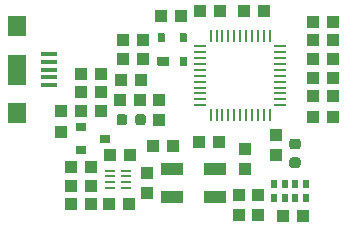
<source format=gbr>
%TF.GenerationSoftware,KiCad,Pcbnew,(5.1.6)-1*%
%TF.CreationDate,2020-12-06T14:18:51+01:00*%
%TF.ProjectId,Kicad_Smart_Watch,4b696361-645f-4536-9d61-72745f576174,rev?*%
%TF.SameCoordinates,Original*%
%TF.FileFunction,Paste,Top*%
%TF.FilePolarity,Positive*%
%FSLAX46Y46*%
G04 Gerber Fmt 4.6, Leading zero omitted, Abs format (unit mm)*
G04 Created by KiCad (PCBNEW (5.1.6)-1) date 2020-12-06 14:18:51*
%MOMM*%
%LPD*%
G01*
G04 APERTURE LIST*
%ADD10C,0.010000*%
%ADD11R,1.099820X0.998220*%
%ADD12R,0.860000X0.270000*%
%ADD13R,0.260000X1.010000*%
%ADD14R,1.010000X0.260000*%
%ADD15R,1.899920X1.099820*%
%ADD16R,1.399540X0.398780*%
%ADD17R,1.498600X2.499360*%
%ADD18R,1.498600X1.798320*%
%ADD19R,0.500000X0.800000*%
%ADD20R,0.600000X0.700000*%
%ADD21R,1.000000X0.700000*%
%ADD22R,0.899160X0.797560*%
%ADD23R,0.998220X1.099820*%
G04 APERTURE END LIST*
D10*
%TO.C,D4*%
G36*
X100296350Y-79084400D02*
G01*
X101198400Y-79084400D01*
X101198400Y-79686610D01*
X100296350Y-79686610D01*
X100296350Y-79084400D01*
G37*
X100296350Y-79084400D02*
X101198400Y-79084400D01*
X101198400Y-79686610D01*
X100296350Y-79686610D01*
X100296350Y-79084400D01*
G36*
X102199108Y-79084400D02*
G01*
X102698400Y-79084400D01*
X102698400Y-79685720D01*
X102199108Y-79685720D01*
X102199108Y-79084400D01*
G37*
X102199108Y-79084400D02*
X102698400Y-79084400D01*
X102698400Y-79685720D01*
X102199108Y-79685720D01*
X102199108Y-79084400D01*
G36*
X102199772Y-77084400D02*
G01*
X102698400Y-77084400D01*
X102698400Y-77683028D01*
X102199772Y-77683028D01*
X102199772Y-77084400D01*
G37*
X102199772Y-77084400D02*
X102698400Y-77084400D01*
X102698400Y-77683028D01*
X102199772Y-77683028D01*
X102199772Y-77084400D01*
G36*
X100296250Y-77084400D02*
G01*
X100798400Y-77084400D01*
X100798400Y-77683150D01*
X100296250Y-77683150D01*
X100296250Y-77084400D01*
G37*
X100296250Y-77084400D02*
X100798400Y-77084400D01*
X100798400Y-77683150D01*
X100296250Y-77683150D01*
X100296250Y-77084400D01*
%TD*%
D11*
%TO.C,C7*%
X93779340Y-80518000D03*
X95476060Y-80518000D03*
%TD*%
D12*
%TO.C,U4*%
X96216000Y-88658000D03*
X96216000Y-89158000D03*
X96216000Y-89658000D03*
X96216000Y-90158000D03*
X97586000Y-90158000D03*
X97586000Y-89658000D03*
X97586000Y-89158000D03*
X97586000Y-88658000D03*
%TD*%
D13*
%TO.C,U5*%
X104776900Y-83992300D03*
X105276900Y-83992300D03*
X105776900Y-83992300D03*
X106276900Y-83992300D03*
X106776900Y-83992300D03*
X107276900Y-83992300D03*
X107776900Y-83992300D03*
X108276900Y-83992300D03*
X108776900Y-83992300D03*
X109276900Y-83992300D03*
X109776900Y-83992300D03*
X109776900Y-77272300D03*
X109276900Y-77272300D03*
X108776900Y-77272300D03*
X108276900Y-77272300D03*
X107776900Y-77272300D03*
X107276900Y-77272300D03*
X106776900Y-77272300D03*
X106276900Y-77272300D03*
X105776900Y-77272300D03*
X105276900Y-77272300D03*
X104776900Y-77272300D03*
D14*
X103916900Y-78132300D03*
X103916900Y-78632300D03*
X103916900Y-79132300D03*
X103916900Y-79632300D03*
X103916900Y-80132300D03*
X103916900Y-80632300D03*
X103916900Y-81132300D03*
X103916900Y-81632300D03*
X103916900Y-82132300D03*
X103916900Y-82632300D03*
X103916900Y-83132300D03*
X110636900Y-83132300D03*
X110636900Y-82632300D03*
X110636900Y-82132300D03*
X110636900Y-81632300D03*
X110636900Y-81132300D03*
X110636900Y-80632300D03*
X110636900Y-80132300D03*
X110636900Y-79632300D03*
X110636900Y-79132300D03*
X110636900Y-78632300D03*
X110636900Y-78132300D03*
%TD*%
%TO.C,D2*%
G36*
G01*
X112168650Y-86848200D02*
X111656150Y-86848200D01*
G75*
G02*
X111437400Y-86629450I0J218750D01*
G01*
X111437400Y-86191950D01*
G75*
G02*
X111656150Y-85973200I218750J0D01*
G01*
X112168650Y-85973200D01*
G75*
G02*
X112387400Y-86191950I0J-218750D01*
G01*
X112387400Y-86629450D01*
G75*
G02*
X112168650Y-86848200I-218750J0D01*
G01*
G37*
G36*
G01*
X112168650Y-88423200D02*
X111656150Y-88423200D01*
G75*
G02*
X111437400Y-88204450I0J218750D01*
G01*
X111437400Y-87766950D01*
G75*
G02*
X111656150Y-87548200I218750J0D01*
G01*
X112168650Y-87548200D01*
G75*
G02*
X112387400Y-87766950I0J-218750D01*
G01*
X112387400Y-88204450D01*
G75*
G02*
X112168650Y-88423200I-218750J0D01*
G01*
G37*
%TD*%
D15*
%TO.C,Y1*%
X105176320Y-90860880D03*
X101478080Y-90860880D03*
X101478080Y-88564720D03*
X105176320Y-88564720D03*
%TD*%
D16*
%TO.C,U3*%
X91089480Y-78813660D03*
D17*
X88392000Y-80111600D03*
D18*
X88392000Y-76433680D03*
X88392000Y-83789520D03*
D16*
X91089480Y-80759300D03*
X91089480Y-81409540D03*
X91089480Y-79463900D03*
X91089480Y-80111600D03*
%TD*%
%TO.C,D3*%
G36*
G01*
X97694000Y-84097150D02*
X97694000Y-84609650D01*
G75*
G02*
X97475250Y-84828400I-218750J0D01*
G01*
X97037750Y-84828400D01*
G75*
G02*
X96819000Y-84609650I0J218750D01*
G01*
X96819000Y-84097150D01*
G75*
G02*
X97037750Y-83878400I218750J0D01*
G01*
X97475250Y-83878400D01*
G75*
G02*
X97694000Y-84097150I0J-218750D01*
G01*
G37*
G36*
G01*
X99269000Y-84097150D02*
X99269000Y-84609650D01*
G75*
G02*
X99050250Y-84828400I-218750J0D01*
G01*
X98612750Y-84828400D01*
G75*
G02*
X98394000Y-84609650I0J218750D01*
G01*
X98394000Y-84097150D01*
G75*
G02*
X98612750Y-83878400I218750J0D01*
G01*
X99050250Y-83878400D01*
G75*
G02*
X99269000Y-84097150I0J-218750D01*
G01*
G37*
%TD*%
D11*
%TO.C,C9*%
X100548440Y-75590400D03*
X102245160Y-75590400D03*
%TD*%
D19*
%TO.C,U1*%
X112830600Y-89824000D03*
X111930600Y-89824000D03*
X111030600Y-89824000D03*
X110130600Y-89824000D03*
X110130600Y-91024000D03*
X111030600Y-91024000D03*
X111930600Y-91024000D03*
X112830600Y-91024000D03*
%TD*%
D20*
%TO.C,D4*%
X100548400Y-77384400D03*
X102448400Y-77384400D03*
X102448400Y-79384400D03*
D21*
X100748400Y-79384400D03*
%TD*%
D22*
%TO.C,Q1*%
X95867220Y-85953600D03*
X93769180Y-86903560D03*
X93769180Y-85003640D03*
%TD*%
D23*
%TO.C,C1*%
X107213400Y-90733880D03*
X107213400Y-92430600D03*
%TD*%
%TO.C,C2*%
X108788200Y-90733880D03*
X108788200Y-92430600D03*
%TD*%
D11*
%TO.C,C5*%
X101610160Y-86588600D03*
X99913440Y-86588600D03*
%TD*%
D23*
%TO.C,C6*%
X107696000Y-86857840D03*
X107696000Y-88554560D03*
%TD*%
D11*
%TO.C,C10*%
X109280960Y-75133200D03*
X107584240Y-75133200D03*
%TD*%
%TO.C,C11*%
X98841560Y-81026000D03*
X97144840Y-81026000D03*
%TD*%
%TO.C,C12*%
X97117580Y-82702400D03*
X98814300Y-82702400D03*
%TD*%
%TO.C,C14*%
X115097560Y-82334100D03*
X113400840Y-82334100D03*
%TD*%
%TO.C,C15*%
X115097560Y-80810100D03*
X113400840Y-80810100D03*
%TD*%
%TO.C,C16*%
X115097560Y-76047600D03*
X113400840Y-76047600D03*
%TD*%
%TO.C,C17*%
X92928440Y-88341200D03*
X94625160Y-88341200D03*
%TD*%
%TO.C,C18*%
X96243140Y-87312500D03*
X97939860Y-87312500D03*
%TD*%
D23*
%TO.C,L1*%
X99390200Y-88889840D03*
X99390200Y-90586560D03*
%TD*%
D11*
%TO.C,R1*%
X95476060Y-82016600D03*
X93779340Y-82016600D03*
%TD*%
%TO.C,R2*%
X92928440Y-89941400D03*
X94625160Y-89941400D03*
%TD*%
%TO.C,R3*%
X95476060Y-83616800D03*
X93779340Y-83616800D03*
%TD*%
%TO.C,R4*%
X103774240Y-86207600D03*
X105470960Y-86207600D03*
%TD*%
%TO.C,R5*%
X99019360Y-77597000D03*
X97322640Y-77597000D03*
%TD*%
D23*
%TO.C,R6*%
X110312200Y-87360760D03*
X110312200Y-85664040D03*
%TD*%
D11*
%TO.C,R7*%
X99019360Y-79197200D03*
X97322640Y-79197200D03*
%TD*%
D23*
%TO.C,R8*%
X92075000Y-85354160D03*
X92075000Y-83657440D03*
%TD*%
D11*
%TO.C,R9*%
X112580900Y-92481400D03*
X110884180Y-92481400D03*
%TD*%
%TO.C,R10*%
X94625160Y-91465400D03*
X92928440Y-91465400D03*
%TD*%
D23*
%TO.C,R11*%
X100380800Y-84373700D03*
X100380800Y-82676980D03*
%TD*%
D11*
%TO.C,R12*%
X103901240Y-75133200D03*
X105597960Y-75133200D03*
%TD*%
%TO.C,R13*%
X113400840Y-84150200D03*
X115097560Y-84150200D03*
%TD*%
%TO.C,R14*%
X113400840Y-79222600D03*
X115097560Y-79222600D03*
%TD*%
%TO.C,R15*%
X113400840Y-77635100D03*
X115097560Y-77635100D03*
%TD*%
%TO.C,R16*%
X96179640Y-91465400D03*
X97876360Y-91465400D03*
%TD*%
M02*

</source>
